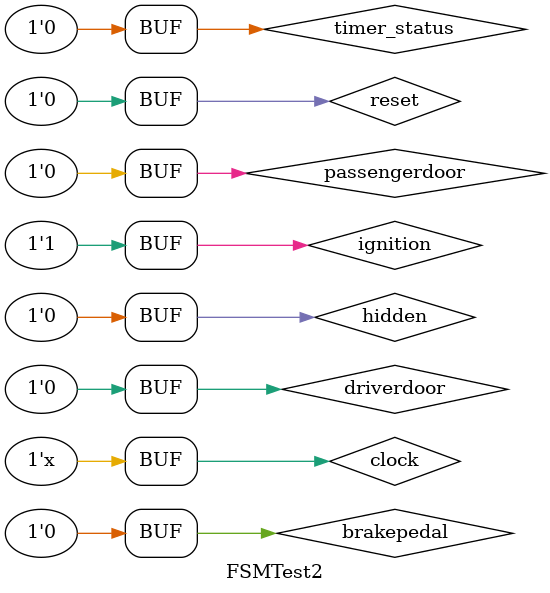
<source format=v>
`timescale 1ns / 1ps

module FSMTest2;
	// Inputs
	reg clock;
	reg passengerdoor;
	reg driverdoor;
	reg ignition;
	reg hidden;
	reg brakepedal;
	reg timer_status;
	reg reset;

	// Outputs
	wire fuelpump;
	wire status;
	wire siren;

	// Instantiate the Unit Under Test (UUT)
	FSM uut (
		.clock(clock), 
		.passengerdoor(passengerdoor), 
		.driverdoor(driverdoor), 
		.ignition(ignition), 
		.hidden(hidden), 
		.brakepedal(brakepedal), 
		.timer_status(timer_status), 
		.reset(reset), 
		.fuelpump(fuelpump), 
		.status(status), 
		.siren(siren)
	);

	always begin
	#5 clock = ~clock;
	end
	
	initial begin
		// Initialize Inputs
		clock = 0;
		passengerdoor = 0;
		driverdoor = 0;
		ignition = 0;
		hidden = 0;
		brakepedal = 0;
		timer_status = 0;
		reset = 0;

		// Wait 100 ns for global reset to finish
		#100;
        ignition = 1;
		// Add stimulus here
	end
endmodule


</source>
